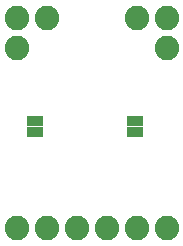
<source format=gbr>
G04 EAGLE Gerber RS-274X export*
G75*
%MOMM*%
%FSLAX34Y34*%
%LPD*%
%INSoldermask Bottom*%
%IPPOS*%
%AMOC8*
5,1,8,0,0,1.08239X$1,22.5*%
G01*
%ADD10C,2.082800*%
%ADD11R,1.473200X0.838200*%


D10*
X12700Y165100D03*
X12700Y190500D03*
X139700Y190500D03*
X139700Y165100D03*
X139700Y12700D03*
X114300Y12700D03*
X88900Y12700D03*
X63500Y12700D03*
X38100Y12700D03*
X12700Y12700D03*
D11*
X112713Y93925D03*
X112713Y102925D03*
D10*
X38100Y190500D03*
X114300Y190500D03*
D11*
X28575Y102925D03*
X28575Y93925D03*
M02*

</source>
